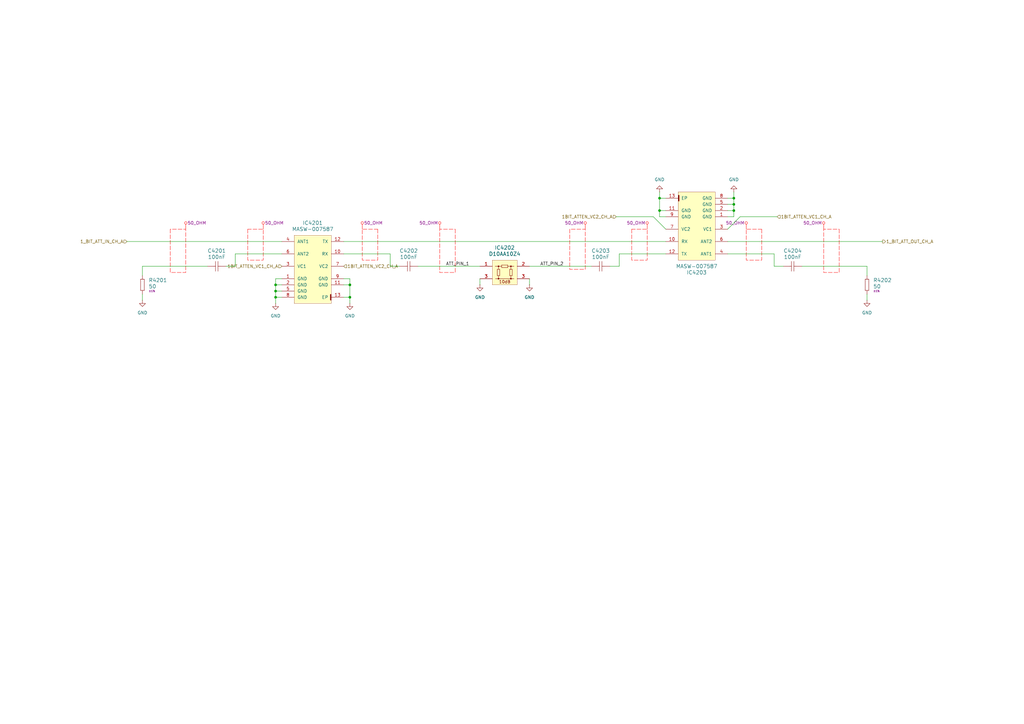
<source format=kicad_sch>
(kicad_sch (version 20250114) (generator "eeschema") (generator_version "9.0")
  (paper "A3")
  (title_block (date "2025-04-16") (company "CERN") (comment 1 "Design by A. Jevtic"))
  (lib_symbols
    (symbol "CERN:Analog & Interface/D10AA10Z4" (pin_names (offset 1.27) (hide yes))
      (property "Reference" "IC" (at 5.08 1.27 0))
      (property "Value" "${DEVICE}" (at 5.08 -11.43 0))
      (symbol "Analog & Interface/D10AA10Z4_1_0"
        (polyline (pts (xy 1.143 -2.54) (xy 2.54 -2.54)))
        (polyline (pts (xy 2.032 -6.35) (xy 2.032 -3.81)))
        (polyline (pts (xy 2.54 -2.54) (xy 2.54 -3.81)))
        (polyline (pts (xy 2.54 -2.54) (xy 3.81 -2.54)))
        (circle (center 2.54 -2.54) (radius 0.254) (fill (type outline)))
        (polyline (pts (xy 2.54 -6.35) (xy 2.54 -7.62)))
        (circle (center 2.54 -7.62) (radius 0.254) (fill (type outline)))
        (polyline (pts (xy 3.048 -3.81) (xy 2.032 -3.81)))
        (polyline (pts (xy 3.048 -6.35) (xy 2.032 -6.35)))
        (polyline (pts (xy 3.048 -6.35) (xy 3.048 -3.81)))
        (polyline (pts (xy 3.81 -2.032) (xy 6.35 -2.032)))
        (polyline (pts (xy 3.81 -3.048) (xy 3.81 -2.032)))
        (polyline (pts (xy 3.81 -3.048) (xy 6.35 -3.048)))
        (polyline (pts (xy 6.35 -2.54) (xy 7.62 -2.54)))
        (polyline (pts (xy 6.35 -3.048) (xy 6.35 -2.032)))
        (polyline (pts (xy 7.112 -6.35) (xy 7.112 -3.81)))
        (polyline (pts (xy 7.493 -2.54) (xy 8.89 -2.54)))
        (polyline (pts (xy 7.62 -2.54) (xy 7.62 -3.81)))
        (circle (center 7.62 -2.54) (radius 0.254) (fill (type outline)))
        (polyline (pts (xy 7.62 -6.35) (xy 7.62 -7.62)))
        (circle (center 7.62 -7.62) (radius 0.254) (fill (type outline)))
        (polyline (pts (xy 8.128 -3.81) (xy 7.112 -3.81)))
        (polyline (pts (xy 8.128 -6.35) (xy 7.112 -6.35)))
        (polyline (pts (xy 8.128 -6.35) (xy 8.128 -3.81)))
        (polyline (pts (xy 8.89 -7.62) (xy 1.27 -7.62)))
        (rectangle (start 10.16 0) (end 0 -10.16) (stroke (width 0.0254) (color 128 0 0 1)) (fill (type background)))
        (text "10dB" (at 5.08 -8.89 0) (effects (font (size 1.2192 1.2192))))
        (pin bidirectional line (at -5.08 -2.54 0) (length 5.08) (name "IN") (number "1"))
        (pin passive line (at -5.08 -7.62 0) (length 5.08) (name "GND") (number "3"))
        (pin bidirectional line (at 15.24 -2.54 180) (length 5.08) (name "OUT") (number "2"))
        (pin passive line (at 15.24 -7.62 180) (length 5.08) (name "GND") (number "3"))
      )
    )
    (symbol "CERN:Analog & Interface/MASW-007587" (pin_names (offset 1.27))
      (property "Reference" "IC" (at 7.62 1.27 0))
      (property "Value" "${DEVICE}" (at 7.62 -29.21 0))
      (symbol "Analog & Interface/MASW-007587_1_0"
        (rectangle (start 15.24 0) (end 0 -27.94) (stroke (width 0.0254) (color 128 0 0 1)) (fill (type background)))
        (rectangle (start 15.24 -24.13) (end 14.732 -26.67) (stroke (width -0.0001) (color 128 0 0 1)) (fill (type outline)))
        (pin bidirectional line (at -5.08 -2.54 0) (length 5.08) (name "ANT1") (number "4"))
        (pin bidirectional line (at -5.08 -7.62 0) (length 5.08) (name "ANT2") (number "6"))
        (pin power_in line (at -5.08 -12.7 0) (length 5.08) (name "VC1") (number "3"))
        (pin power_in line (at -5.08 -17.78 0) (length 5.08) (name "GND") (number "1"))
        (pin power_in line (at -5.08 -20.32 0) (length 5.08) (name "GND") (number "2"))
        (pin power_in line (at -5.08 -22.86 0) (length 5.08) (name "GND") (number "5"))
        (pin power_in line (at -5.08 -25.4 0) (length 5.08) (name "GND") (number "8"))
        (pin input line (at 20.32 -2.54 180) (length 5.08) (name "TX") (number "12"))
        (pin input line (at 20.32 -7.62 180) (length 5.08) (name "RX") (number "10"))
        (pin power_in line (at 20.32 -12.7 180) (length 5.08) (name "VC2") (number "7"))
        (pin power_in line (at 20.32 -17.78 180) (length 5.08) (name "GND") (number "9"))
        (pin power_in line (at 20.32 -20.32 180) (length 5.08) (name "GND") (number "11"))
        (pin power_in line (at 20.32 -25.4 180) (length 5.08) (name "EP") (number "13"))
      )
    )
    (symbol "CERN:Capacitors SMD/CC0402_100NF_50V_10%_X7R" (pin_numbers (hide yes)) (pin_names (offset 1.27) (hide yes))
      (property "Reference" "C" (at 3.81 3.048 0))
      (property "Value" "100nF" (at 3.81 -3.048 0))
      (symbol "Capacitors SMD/CC0402_100NF_50V_10%_X7R_1_0"
        (polyline (pts (xy 2.54 0) (xy 3.302 0)))
        (polyline (pts (xy 3.302 -2.032) (xy 3.302 2.032)))
        (polyline (pts (xy 4.318 2.032) (xy 4.318 -2.032)))
        (polyline (pts (xy 5.08 0) (xy 4.318 0)))
        (pin passive line (at 0 0 0) (length 2.54) (name "1") (number "1"))
        (pin passive line (at 7.62 0 180) (length 2.54) (name "2") (number "2"))
      )
    )
    (symbol "CERN:Resistors SMD/R0603_50R_1%_0.1W_100PPM" (pin_numbers (hide yes)) (pin_names (offset 1.27) (hide yes))
      (property "Reference" "R" (at 3.81 1.778 0))
      (property "Value" "50" (at 3.81 -1.778 0))
      (property "Tolerance" "±1%" (at 3.81 0 0))
      (symbol "Resistors SMD/R0603_50R_1%_0.1W_100PPM_1_0"
        (polyline (pts (xy 1.524 0.762) (xy 1.524 -0.762)))
        (polyline (pts (xy 1.524 -0.762) (xy 6.096 -0.762)))
        (polyline (pts (xy 6.096 0.762) (xy 1.524 0.762)))
        (polyline (pts (xy 6.096 -0.762) (xy 6.096 0.762)))
        (pin passive line (at 0 0 0) (length 1.524) (name "1") (number "1"))
        (pin passive line (at 7.62 0 180) (length 1.524) (name "2") (number "2"))
      )
    )
    (symbol "power:GND" (power) (pin_numbers (hide yes)) (pin_names (offset 0) (hide yes))
      (property "Value" "GND" (at 0 -3.81 0))
      (symbol "GND_0_1"
        (polyline (pts (xy 0 0) (xy 0 -1.27) (xy 1.27 -1.27) (xy 0 -2.54) (xy -1.27 -1.27) (xy 0 -1.27)))
      )
      (symbol "GND_1_1"
        (pin power_in line (at 0 0 270) (length 0) (name "~") (number "1"))
      )
    )
  )
  (junction (at 300.99 81.28))
  (junction (at 143.51 121.92))
  (junction (at 300.99 83.82))
  (junction (at 300.99 86.36))
  (junction (at 270.51 86.36))
  (junction (at 113.03 119.38))
  (junction (at 113.03 121.92))
  (junction (at 113.03 116.84))
  (junction (at 143.51 116.84))
  (junction (at 270.51 81.28))
  (wire (pts (xy 58.42 109.22) (xy 58.42 113.03)))
  (wire (pts (xy 300.99 86.36) (xy 298.45 86.36)))
  (wire (pts (xy 140.97 116.84) (xy 143.51 116.84)))
  (wire (pts (xy 267.97 88.9) (xy 273.05 93.98)))
  (wire (pts (xy 113.03 116.84) (xy 115.57 116.84)))
  (wire (pts (xy 317.5 104.14) (xy 298.45 104.14)))
  (wire (pts (xy 160.02 104.14) (xy 140.97 104.14)))
  (wire (pts (xy 217.17 114.3) (xy 217.17 116.84)))
  (wire (pts (xy 270.51 81.28) (xy 270.51 78.74)))
  (wire (pts (xy 58.42 109.22) (xy 85.09 109.22)))
  (wire (pts (xy 52.07 99.06) (xy 115.57 99.06)))
  (wire (pts (xy 160.02 109.22) (xy 160.02 104.14)))
  (wire (pts (xy 298.45 99.06) (xy 361.95 99.06)))
  (wire (pts (xy 113.03 116.84) (xy 113.03 119.38)))
  (wire (pts (xy 300.99 81.28) (xy 300.99 78.74)))
  (wire (pts (xy 355.6 109.22) (xy 328.93 109.22)))
  (wire (pts (xy 250.19 109.22) (xy 254 109.22)))
  (wire (pts (xy 270.51 86.36) (xy 270.51 81.28)))
  (wire (pts (xy 254 104.14) (xy 273.05 104.14)))
  (wire (pts (xy 300.99 81.28) (xy 298.45 81.28)))
  (wire (pts (xy 113.03 121.92) (xy 113.03 124.46)))
  (wire (pts (xy 115.57 114.3) (xy 113.03 114.3)))
  (wire (pts (xy 273.05 88.9) (xy 270.51 88.9)))
  (wire (pts (xy 300.99 88.9) (xy 300.99 86.36)))
  (wire (pts (xy 317.5 109.22) (xy 317.5 104.14)))
  (wire (pts (xy 300.99 83.82) (xy 298.45 83.82)))
  (wire (pts (xy 171.45 109.22) (xy 196.85 109.22)))
  (wire (pts (xy 96.52 109.22) (xy 96.52 104.14)))
  (wire (pts (xy 113.03 121.92) (xy 115.57 121.92)))
  (wire (pts (xy 273.05 81.28) (xy 270.51 81.28)))
  (wire (pts (xy 143.51 121.92) (xy 143.51 124.46)))
  (wire (pts (xy 143.51 116.84) (xy 143.51 121.92)))
  (wire (pts (xy 140.97 99.06) (xy 273.05 99.06)))
  (wire (pts (xy 140.97 114.3) (xy 143.51 114.3)))
  (wire (pts (xy 96.52 104.14) (xy 115.57 104.14)))
  (wire (pts (xy 273.05 86.36) (xy 270.51 86.36)))
  (wire (pts (xy 140.97 121.92) (xy 143.51 121.92)))
  (wire (pts (xy 113.03 119.38) (xy 113.03 121.92)))
  (wire (pts (xy 92.71 109.22) (xy 96.52 109.22)))
  (wire (pts (xy 163.83 109.22) (xy 160.02 109.22)))
  (wire (pts (xy 113.03 114.3) (xy 113.03 116.84)))
  (wire (pts (xy 300.99 83.82) (xy 300.99 81.28)))
  (wire (pts (xy 355.6 120.65) (xy 355.6 123.19)))
  (wire (pts (xy 217.17 109.22) (xy 242.57 109.22)))
  (wire (pts (xy 196.85 114.3) (xy 196.85 116.84)))
  (wire (pts (xy 298.45 88.9) (xy 300.99 88.9)))
  (wire (pts (xy 254 109.22) (xy 254 104.14)))
  (wire (pts (xy 252.73 88.9) (xy 267.97 88.9)))
  (wire (pts (xy 318.77 88.9) (xy 303.53 88.9)))
  (wire (pts (xy 58.42 120.65) (xy 58.42 123.19)))
  (wire (pts (xy 143.51 114.3) (xy 143.51 116.84)))
  (wire (pts (xy 270.51 88.9) (xy 270.51 86.36)))
  (wire (pts (xy 300.99 86.36) (xy 300.99 83.82)))
  (wire (pts (xy 303.53 88.9) (xy 298.45 93.98)))
  (wire (pts (xy 355.6 109.22) (xy 355.6 113.03)))
  (wire (pts (xy 321.31 109.22) (xy 317.5 109.22)))
  (wire (pts (xy 113.03 119.38) (xy 115.57 119.38)))
  (label "ATT_PIN_1" (at 182.88 109.22 0))
  (label "ATT_PIN_2" (at 231.14 109.22 180))
  (hierarchical_label "1BIT_ATTEN_VC2_CH_A" (shape input) (at 140.97 109.22 0))
  (hierarchical_label "1BIT_ATTEN_VC1_CH_A" (shape input) (at 115.57 109.22 180))
  (hierarchical_label "1BIT_ATTEN_VC1_CH_A" (shape input) (at 318.77 88.9 0))
  (hierarchical_label "1_BIT_ATT_OUT_CH_A" (shape output) (at 361.95 99.06 0))
  (hierarchical_label "1_BIT_ATT_IN_CH_A" (shape input) (at 52.07 99.06 180))
  (hierarchical_label "1BIT_ATTEN_VC2_CH_A" (shape input) (at 252.73 88.9 180))
  (rule_area (polyline (pts (xy 344.17 93.98) (xy 344.17 111.76) (xy 337.82 111.76) (xy 337.82 93.98)) (stroke (width 0) (type dash))))
  (rule_area (polyline (pts (xy 259.08 93.98) (xy 259.08 106.68) (xy 265.43 106.68) (xy 265.43 93.98)) (stroke (width 0) (type dash))))
  (rule_area (polyline (pts (xy 154.94 93.98) (xy 154.94 106.68) (xy 148.59 106.68) (xy 148.59 93.98)) (stroke (width 0) (type dash))))
  (rule_area (polyline (pts (xy 69.85 93.98) (xy 69.85 111.76) (xy 76.2 111.76) (xy 76.2 93.98)) (stroke (width 0) (type dash))))
  (rule_area (polyline (pts (xy 233.68 93.98) (xy 233.68 110.49) (xy 240.03 110.49) (xy 240.03 93.98)) (stroke (width 0) (type dash))))
  (rule_area (polyline (pts (xy 101.6 93.98) (xy 101.6 106.68) (xy 107.95 106.68) (xy 107.95 93.98)) (stroke (width 0) (type dash))))
  (rule_area (polyline (pts (xy 312.42 93.98) (xy 312.42 106.68) (xy 306.07 106.68) (xy 306.07 93.98)) (stroke (width 0) (type dash))))
  (rule_area (polyline (pts (xy 186.69 93.98) (xy 186.69 111.76) (xy 180.34 111.76) (xy 180.34 93.98)) (stroke (width 0) (type dash))))
  (netclass_flag "" (length 2.54) (shape round) (at 148.59 93.98 0) (property "Netclass" "50_OHM" (at 149.2885 91.44 0) (effects (justify left))))
  (netclass_flag "" (length 2.54) (shape round) (at 180.34 93.98 0) (property "Netclass" "50_OHM" (at 179.6415 91.44 0) (effects (justify right))))
  (netclass_flag "" (length 2.54) (shape round) (at 337.82 93.98 0) (property "Netclass" "50_OHM" (at 337.1215 91.44 0) (effects (justify right))))
  (netclass_flag "" (length 2.54) (shape round) (at 76.2 93.98 0) (property "Netclass" "50_OHM" (at 76.8985 91.44 0) (effects (justify left))))
  (netclass_flag "" (length 2.54) (shape round) (at 240.03 93.98 0) (property "Netclass" "50_OHM" (at 239.3315 91.44 0) (effects (justify right))))
  (netclass_flag "" (length 2.54) (shape round) (at 107.95 93.98 0) (property "Netclass" "50_OHM" (at 108.6485 91.44 0) (effects (justify left))))
  (netclass_flag "" (length 2.54) (shape round) (at 265.43 93.98 0) (property "Netclass" "50_OHM" (at 264.7315 91.44 0) (effects (justify right))))
  (netclass_flag "" (length 2.54) (shape round) (at 306.07 93.98 0) (property "Netclass" "50_OHM" (at 305.3715 91.44 0) (effects (justify right))))
  (symbol (lib_id "CERN:Capacitors SMD/CC0402_100NF_50V_10%_X7R") (at 85.09 109.22 0) (unit 1)
    (property "Reference" "C901" (at 88.9 102.87 0) (effects (font (size 1.524 1.524))))
    (property "Value" "100nF" (at 88.9 105.41 0) (effects (font (size 1.524 1.524))))
    (property "Footprint" "Capacitors SMD:CAPC1005X55N" (effects (hide yes)))
    (property "Datasheet" "${CERN_DATASHEET_DIR}\\CC0402_MURATA_GRM155R71H104KE14D.pdf" (effects (hide yes)))
    (property "Description" "SMD Multilayer Chip Ceramic Capacitor" (effects (hide yes)))
    (property "Manufacturer" "GENERIC" (effects (hide yes)))
    (property "Part Number" "CC0402_100NF_50V_10%_X7R" (effects (hide yes)))
    (property "Comment" "100nF" (effects (hide yes)))
    (property "Component Kind" "Standard" (effects (hide yes)))
    (property "Component Type" "Standard" (effects (hide yes)))
    (property "Pin Count" "2" (effects (hide yes)))
    (property "Status" "None" (effects (hide yes)))
    (property "Voltage" "50V" (effects (hide yes)))
    (property "TC" "X7R" (effects (hide yes)))
    (property "Tolerance" "±10%" (effects (hide yes)))
    (property "Part Description" "SMD Multilayer Chip Ceramic Capacitor" (effects (hide yes)))
    (property "Manufacturer Part Number" "CC0402_100NF_50V_10%_X7R" (effects (hide yes)))
    (property "Case" "0402" (effects (hide yes)))
    (property "Mounted" "Yes" (effects (hide yes)))
    (property "Socket" "No" (effects (hide yes)))
    (property "SMD" "Yes" (effects (hide yes)))
    (property "Sense" "No" (effects (hide yes)))
    (property "Manufacturer1 Example" "MURATA" (effects (hide yes)))
    (property "Manufacturer1 Part Number" "GRM155R71H104KE14D" (effects (hide yes)))
    (property "Manufacturer1 ComponentHeight" "0.55mm" (effects (hide yes)))
    (property "HelpURL" "\\\\cern.ch\\dfs\\Applications\\Altium\\Datasheets\\CC0402_MURATA_GRM155R71H104KE14D.pdf" (effects (hide yes)))
    (property "Author" "CERN DEM MR" (effects (hide yes)))
    (property "CreateDate" "2017-06-30 00:00:00 +0000" (effects (hide yes)))
    (property "LatestRevisionDate" "2017-06-30 00:00:00 +0000" (effects (hide yes)))
    (property "LibSymbol" "Capacitors:Capacitor - non polarized" (effects (hide yes)))
    (property "LibFootprint" "Capacitors SMD:CAPC1005X55N" (effects (hide yes)))
    (property "Database Name" "Capacitors" (effects (hide yes)))
    (property "Database Table Name" "Capacitors SMD" (effects (hide yes)))
    (property "Part Number Nocolon" "CC0402_100NF_50V_10%_X7R" (effects (hide yes)))
    (instances (project "8CH_Analog_Front_END" (path "" (reference "C4201") (unit 1)) (path "" (reference "C1301") (unit 1)) (path "" (reference "C3101") (unit 1)) (path "" (reference "C901") (unit 1))))
  )
  (symbol (lib_id "CERN:Resistors SMD/R0603_50R_1%_0.1W_100PPM") (at 355.6 113.03 270) (unit 1)
    (property "Reference" "R902" (at 358.14 114.9349 90) (effects (font (size 1.524 1.524)) (justify left)))
    (property "Value" "50" (at 358.14 117.4749 90) (effects (font (size 1.524 1.524)) (justify left)))
    (property "Footprint" "Resistors SMD:RESC1608X55N" (effects (hide yes)))
    (property "Datasheet" "${CERN_DATASHEET_DIR}\\R0603_VISHAY_CRCW e3.pdf" (effects (hide yes)))
    (property "Description" "General Purpose Thick Film Chip Resistor" (effects (hide yes)))
    (property "Tolerance" "±1%" (at 358.14 119.38 90) (effects (font (size 0.762 0.762)) (justify left)))
    (property "Manufacturer" "GENERIC" (effects (hide yes)))
    (property "Comment" "50" (effects (hide yes)))
    (property "Component Kind" "Standard" (effects (hide yes)))
    (property "Component Type" "Standard" (effects (hide yes)))
    (property "Pin Count" "2" (effects (hide yes)))
    (property "Status" "Preferred" (effects (hide yes)))
    (property "Power" "0.1W" (effects (hide yes)))
    (property "TC" "±100ppm/°C" (effects (hide yes)))
    (property "Part Description" "General Purpose Thick Film Chip Resistor" (effects (hide yes)))
    (property "Manufacturer Part Number" "R0603_50R_1%_0.1W_100PPM" (effects (hide yes)))
    (property "Case" "0603" (effects (hide yes)))
    (property "PressFit" "No" (effects (hide yes)))
    (property "Mounted" "Yes" (effects (hide yes)))
    (property "Sense" "No" (effects (hide yes)))
    (property "Socket" "No" (effects (hide yes)))
    (property "SMD" "Yes" (effects (hide yes)))
    (property "Manufacturer1 Example" "VISHAY" (effects (hide yes)))
    (property "Manufacturer1 Part Number" "CRCW060350R0FKEA" (effects (hide yes)))
    (property "Manufacturer1 ComponentHeight" "0.50mm" (effects (hide yes)))
    (property "HelpURL" "\\\\cern.ch\\dfs\\Applications\\Altium\\Datasheets\\R0603_VISHAY_CRCW e3.pdf" (effects (hide yes)))
    (property "Author" "CERN DEM MR" (effects (hide yes)))
    (property "CreateDate" "2017-09-08 00:00:00 +0000" (effects (hide yes)))
    (property "LatestRevisionDate" "2017-09-08 00:00:00 +0000" (effects (hide yes)))
    (property "LibSymbol" "Resistors:Resistor - 1%" (effects (hide yes)))
    (property "LibFootprint" "Resistors SMD:RESC1608X55N" (effects (hide yes)))
    (property "Part Number" "R0603_50R_1%_0.1W_100PPM" (effects (hide yes)))
    (property "Database Name" "Resistors" (effects (hide yes)))
    (property "Database Table Name" "Resistors SMD" (effects (hide yes)))
    (property "Part Number Nocolon" "R0603_50R_1%_0.1W_100PPM" (effects (hide yes)))
    (instances (project "8CH_Analog_Front_END" (path "" (reference "R4202") (unit 1)) (path "" (reference "R1302") (unit 1)) (path "" (reference "R3102") (unit 1)) (path "" (reference "R902") (unit 1))))
  )
  (symbol (lib_id "power:GND") (at 355.6 123.19 0) (unit 1)
    (property "Reference" "#PWR0908" (effects (hide yes)))
    (property "Value" "GND" (at 355.6 128.27 0))
    (property "Description" "Power symbol creates a global label with name \"GND\" , ground" (effects (hide yes)))
    (instances (project "8CH_Analog_Front_END" (path "" (reference "#PWR04208") (unit 1)) (path "" (reference "#PWR01308") (unit 1)) (path "" (reference "#PWR03108") (unit 1)) (path "" (reference "#PWR0908") (unit 1))))
  )
  (symbol (lib_id "CERN:Analog & Interface/MASW-007587") (at 120.65 96.52 0) (unit 1)
    (property "Reference" "IC901" (at 128.27 91.44 0) (effects (font (size 1.524 1.524))))
    (property "Value" "${DEVICE}" (at 128.27 93.98 0) (effects (font (size 1.524 1.524))))
    (property "Footprint" "ICs And Semiconductors SMD:QFN50P300X300X100-13N-S125" (effects (hide yes)))
    (property "Datasheet" "${CERN_DATASHEET_DIR}\\MASW-007587.pdf" (effects (hide yes)))
    (property "Description" "High Power GaAs DPDT Diversity Switch DC-4.0 GHz" (effects (hide yes)))
    (property "Manufacturer" "MACOM" (effects (hide yes)))
    (property "Comment" "MASW-007587" (effects (hide yes)))
    (property "Component Kind" "Standard" (effects (hide yes)))
    (property "Component Type" "Standard" (effects (hide yes)))
    (property "Device" "MASW-007587" (effects (hide yes)))
    (property "PackageDescription" "QFN, 0.50mm Pitch, Square; 12 Pin, 3.00mm L X 3.00mm W X 1.00mm H body (w/Thermal Tab 1.25 X 1.25mm), IPC Medium Density" (effects (hide yes)))
    (property "Part Description" "High Power GaAs DPDT Diversity Switch DC-4.0 GHz" (effects (hide yes)))
    (property "Manufacturer Part Number" "MASW-007587" (effects (hide yes)))
    (property "Pin Count" "13" (effects (hide yes)))
    (property "Case" "QFN12" (effects (hide yes)))
    (property "Mounted" "Yes" (effects (hide yes)))
    (property "Socket" "No" (effects (hide yes)))
    (property "SMD" "Yes" (effects (hide yes)))
    (property "PressFit" "No" (effects (hide yes)))
    (property "Sense" "No" (effects (hide yes)))
    (property "Bonding" "No" (effects (hide yes)))
    (property "ComponentHeight" "1mm" (effects (hide yes)))
    (property "Author" "CERN DEM MR" (effects (hide yes)))
    (property "HelpURL" "\\\\cern.ch\\dfs\\Applications\\Altium\\Datasheets\\MASW-007587.pdf" (effects (hide yes)))
    (property "CreateDate" "2016-02-05 00:00:00 +0000" (effects (hide yes)))
    (property "LatestRevisionDate" "2016-02-05 00:00:00 +0000" (effects (hide yes)))
    (property "LibSymbol" "Analog & Interface:MASW-007587" (effects (hide yes)))
    (property "LibFootprint" "ICs And Semiconductors SMD:QFN50P300X300X100-13N-S125" (effects (hide yes)))
    (property "Part Number" "MASW-007587" (effects (hide yes)))
    (property "Database Name" "ICs And Semiconductors_Backup" (effects (hide yes)))
    (property "Database Table Name" "Analog & Interface" (effects (hide yes)))
    (property "Part Number Nocolon" "MASW-007587" (effects (hide yes)))
    (instances (project "8CH_Analog_Front_END" (path "" (reference "IC4201") (unit 1)) (path "" (reference "IC1301") (unit 1)) (path "" (reference "IC3101") (unit 1)) (path "" (reference "IC901") (unit 1))))
  )
  (symbol (lib_id "CERN:Analog & Interface/D10AA10Z4") (at 201.93 106.68 0) (unit 1)
    (property "Reference" "IC902" (at 207.01 101.6 0) (effects (font (size 1.524 1.524))))
    (property "Value" "${DEVICE}" (at 207.01 104.14 0) (effects (font (size 1.524 1.524))))
    (property "Footprint" "ICs And Semiconductors SMD:ANAREN_D10AAxxZ4" (effects (hide yes)))
    (property "Datasheet" "${CERN_DATASHEET_DIR}\\D10AAXXZ4.pdf" (effects (hide yes)))
    (property "Description" "DC to 4GHz, 10W, 50 Ohm, 10dB, High Performance Alumina Attenuator" (effects (hide yes)))
    (property "Manufacturer" "ANAREN" (effects (hide yes)))
    (property "Comment" "D10AA10Z4" (effects (hide yes)))
    (property "Component Kind" "Standard" (effects (hide yes)))
    (property "Component Type" "Standard" (effects (hide yes)))
    (property "Device" "D10AA10Z4" (effects (hide yes)))
    (property "PackageDescription" "ANAREN D10AAxxZ4, 3 Pin Attenuator, Size 2010, 5.08mm L x W 2.54mm W x 0.635mm H body" (effects (hide yes)))
    (property "Part Description" "DC to 4GHz, 10W, 50 Ohm, 10dB, High Performance Alumina Attenuator" (effects (hide yes)))
    (property "Manufacturer Part Number" "D10AA10Z4" (effects (hide yes)))
    (property "Pin Count" "3" (effects (hide yes)))
    (property "Mounted" "Yes" (effects (hide yes)))
    (property "Socket" "No" (effects (hide yes)))
    (property "SMD" "Yes" (effects (hide yes)))
    (property "PressFit" "No" (effects (hide yes)))
    (property "Sense" "No" (effects (hide yes)))
    (property "Bonding" "No" (effects (hide yes)))
    (property "ComponentHeight" "0.635mm" (effects (hide yes)))
    (property "Author" "CERN DEM BC" (effects (hide yes)))
    (property "HelpURL" "\\\\cern.ch\\dfs\\Applications\\Altium\\Datasheets\\D10AAXXZ4.pdf" (effects (hide yes)))
    (property "CreateDate" "2020-11-05 00:00:00 +0000" (effects (hide yes)))
    (property "LatestRevisionDate" "2020-11-05 00:00:00 +0000" (effects (hide yes)))
    (property "LibSymbol" "Analog & Interface:D10AA10Z4" (effects (hide yes)))
    (property "LibFootprint" "ICs And Semiconductors SMD:ANAREN_D10AAxxZ4" (effects (hide yes)))
    (property "Part Number" "D10AA10Z4" (effects (hide yes)))
    (property "Database Name" "ICs And Semiconductors_Backup" (effects (hide yes)))
    (property "Database Table Name" "Analog & Interface" (effects (hide yes)))
    (property "Part Number Nocolon" "D10AA10Z4" (effects (hide yes)))
    (instances (project "8CH_Analog_Front_END" (path "" (reference "IC4202") (unit 1)) (path "" (reference "IC1302") (unit 1)) (path "" (reference "IC3102") (unit 1)) (path "" (reference "IC902") (unit 1))))
  )
  (symbol (lib_id "CERN:Capacitors SMD/CC0402_100NF_50V_10%_X7R") (at 242.57 109.22 0) (unit 1)
    (property "Reference" "C903" (at 246.38 102.87 0) (effects (font (size 1.524 1.524))))
    (property "Value" "100nF" (at 246.38 105.41 0) (effects (font (size 1.524 1.524))))
    (property "Footprint" "Capacitors SMD:CAPC1005X55N" (effects (hide yes)))
    (property "Datasheet" "${CERN_DATASHEET_DIR}\\CC0402_MURATA_GRM155R71H104KE14D.pdf" (effects (hide yes)))
    (property "Description" "SMD Multilayer Chip Ceramic Capacitor" (effects (hide yes)))
    (property "Manufacturer" "GENERIC" (effects (hide yes)))
    (property "Part Number" "CC0402_100NF_50V_10%_X7R" (effects (hide yes)))
    (property "Comment" "100nF" (effects (hide yes)))
    (property "Component Kind" "Standard" (effects (hide yes)))
    (property "Component Type" "Standard" (effects (hide yes)))
    (property "Pin Count" "2" (effects (hide yes)))
    (property "Status" "None" (effects (hide yes)))
    (property "Voltage" "50V" (effects (hide yes)))
    (property "TC" "X7R" (effects (hide yes)))
    (property "Tolerance" "±10%" (effects (hide yes)))
    (property "Part Description" "SMD Multilayer Chip Ceramic Capacitor" (effects (hide yes)))
    (property "Manufacturer Part Number" "CC0402_100NF_50V_10%_X7R" (effects (hide yes)))
    (property "Case" "0402" (effects (hide yes)))
    (property "Mounted" "Yes" (effects (hide yes)))
    (property "Socket" "No" (effects (hide yes)))
    (property "SMD" "Yes" (effects (hide yes)))
    (property "Sense" "No" (effects (hide yes)))
    (property "Manufacturer1 Example" "MURATA" (effects (hide yes)))
    (property "Manufacturer1 Part Number" "GRM155R71H104KE14D" (effects (hide yes)))
    (property "Manufacturer1 ComponentHeight" "0.55mm" (effects (hide yes)))
    (property "HelpURL" "\\\\cern.ch\\dfs\\Applications\\Altium\\Datasheets\\CC0402_MURATA_GRM155R71H104KE14D.pdf" (effects (hide yes)))
    (property "Author" "CERN DEM MR" (effects (hide yes)))
    (property "CreateDate" "2017-06-30 00:00:00 +0000" (effects (hide yes)))
    (property "LatestRevisionDate" "2017-06-30 00:00:00 +0000" (effects (hide yes)))
    (property "LibSymbol" "Capacitors:Capacitor - non polarized" (effects (hide yes)))
    (property "LibFootprint" "Capacitors SMD:CAPC1005X55N" (effects (hide yes)))
    (property "Database Name" "Capacitors" (effects (hide yes)))
    (property "Database Table Name" "Capacitors SMD" (effects (hide yes)))
    (property "Part Number Nocolon" "CC0402_100NF_50V_10%_X7R" (effects (hide yes)))
    (instances (project "8CH_Analog_Front_END" (path "" (reference "C4203") (unit 1)) (path "" (reference "C1303") (unit 1)) (path "" (reference "C3103") (unit 1)) (path "" (reference "C903") (unit 1))))
  )
  (symbol (lib_id "power:GND") (at 217.17 116.84 0) (unit 1)
    (property "Reference" "#PWR0905" (effects (hide yes)))
    (property "Value" "GND" (at 217.17 121.92 0))
    (property "Description" "Power symbol creates a global label with name \"GND\" , ground" (effects (hide yes)))
    (instances (project "8CH_Analog_Front_END" (path "" (reference "#PWR04205") (unit 1)) (path "" (reference "#PWR01305") (unit 1)) (path "" (reference "#PWR03105") (unit 1)) (path "" (reference "#PWR0905") (unit 1))))
  )
  (symbol (lib_id "power:GND") (at 58.42 123.19 0) (unit 1)
    (property "Reference" "#PWR0901" (effects (hide yes)))
    (property "Value" "GND" (at 58.42 128.27 0))
    (property "Description" "Power symbol creates a global label with name \"GND\" , ground" (effects (hide yes)))
    (instances (project "8CH_Analog_Front_END" (path "" (reference "#PWR04201") (unit 1)) (path "" (reference "#PWR01301") (unit 1)) (path "" (reference "#PWR03101") (unit 1)) (path "" (reference "#PWR0901") (unit 1))))
  )
  (symbol (lib_id "CERN:Analog & Interface/MASW-007587") (at 293.37 106.68 180) (unit 1)
    (property "Reference" "IC903" (at 285.75 111.76 0) (effects (font (size 1.524 1.524))))
    (property "Value" "${DEVICE}" (at 285.75 109.22 0) (effects (font (size 1.524 1.524))))
    (property "Footprint" "ICs And Semiconductors SMD:QFN50P300X300X100-13N-S125" (effects (hide yes)))
    (property "Datasheet" "${CERN_DATASHEET_DIR}\\MASW-007587.pdf" (effects (hide yes)))
    (property "Description" "High Power GaAs DPDT Diversity Switch DC-4.0 GHz" (effects (hide yes)))
    (property "Manufacturer" "MACOM" (effects (hide yes)))
    (property "Comment" "MASW-007587" (effects (hide yes)))
    (property "Component Kind" "Standard" (effects (hide yes)))
    (property "Component Type" "Standard" (effects (hide yes)))
    (property "Device" "MASW-007587" (effects (hide yes)))
    (property "PackageDescription" "QFN, 0.50mm Pitch, Square; 12 Pin, 3.00mm L X 3.00mm W X 1.00mm H body (w/Thermal Tab 1.25 X 1.25mm), IPC Medium Density" (effects (hide yes)))
    (property "Part Description" "High Power GaAs DPDT Diversity Switch DC-4.0 GHz" (effects (hide yes)))
    (property "Manufacturer Part Number" "MASW-007587" (effects (hide yes)))
    (property "Pin Count" "13" (effects (hide yes)))
    (property "Case" "QFN12" (effects (hide yes)))
    (property "Mounted" "Yes" (effects (hide yes)))
    (property "Socket" "No" (effects (hide yes)))
    (property "SMD" "Yes" (effects (hide yes)))
    (property "PressFit" "No" (effects (hide yes)))
    (property "Sense" "No" (effects (hide yes)))
    (property "Bonding" "No" (effects (hide yes)))
    (property "ComponentHeight" "1mm" (effects (hide yes)))
    (property "Author" "CERN DEM MR" (effects (hide yes)))
    (property "HelpURL" "\\\\cern.ch\\dfs\\Applications\\Altium\\Datasheets\\MASW-007587.pdf" (effects (hide yes)))
    (property "CreateDate" "2016-02-05 00:00:00 +0000" (effects (hide yes)))
    (property "LatestRevisionDate" "2016-02-05 00:00:00 +0000" (effects (hide yes)))
    (property "LibSymbol" "Analog & Interface:MASW-007587" (effects (hide yes)))
    (property "LibFootprint" "ICs And Semiconductors SMD:QFN50P300X300X100-13N-S125" (effects (hide yes)))
    (property "Part Number" "MASW-007587" (effects (hide yes)))
    (property "Database Name" "ICs And Semiconductors_Backup" (effects (hide yes)))
    (property "Database Table Name" "Analog & Interface" (effects (hide yes)))
    (property "Part Number Nocolon" "MASW-007587" (effects (hide yes)))
    (instances (project "8CH_Analog_Front_END" (path "" (reference "IC4203") (unit 1)) (path "" (reference "IC1303") (unit 1)) (path "" (reference "IC3103") (unit 1)) (path "" (reference "IC903") (unit 1))))
  )
  (symbol (lib_id "power:GND") (at 113.03 124.46 0) (unit 1)
    (property "Reference" "#PWR0902" (effects (hide yes)))
    (property "Value" "GND" (at 113.03 129.54 0))
    (property "Description" "Power symbol creates a global label with name \"GND\" , ground" (effects (hide yes)))
    (instances (project "8CH_Analog_Front_END" (path "" (reference "#PWR04202") (unit 1)) (path "" (reference "#PWR01302") (unit 1)) (path "" (reference "#PWR03102") (unit 1)) (path "" (reference "#PWR0902") (unit 1))))
  )
  (symbol (lib_id "power:GND") (at 270.51 78.74 180) (unit 1)
    (property "Reference" "#PWR0906" (effects (hide yes)))
    (property "Value" "GND" (at 270.51 73.66 0))
    (property "Description" "Power symbol creates a global label with name \"GND\" , ground" (effects (hide yes)))
    (instances (project "8CH_Analog_Front_END" (path "" (reference "#PWR04206") (unit 1)) (path "" (reference "#PWR01306") (unit 1)) (path "" (reference "#PWR03106") (unit 1)) (path "" (reference "#PWR0906") (unit 1))))
  )
  (symbol (lib_id "power:GND") (at 300.99 78.74 180) (unit 1)
    (property "Reference" "#PWR0907" (effects (hide yes)))
    (property "Value" "GND" (at 300.99 73.66 0))
    (property "Description" "Power symbol creates a global label with name \"GND\" , ground" (effects (hide yes)))
    (instances (project "8CH_Analog_Front_END" (path "" (reference "#PWR04207") (unit 1)) (path "" (reference "#PWR01307") (unit 1)) (path "" (reference "#PWR03107") (unit 1)) (path "" (reference "#PWR0907") (unit 1))))
  )
  (symbol (lib_id "power:GND") (at 143.51 124.46 0) (unit 1)
    (property "Reference" "#PWR0903" (effects (hide yes)))
    (property "Value" "GND" (at 143.51 129.54 0))
    (property "Description" "Power symbol creates a global label with name \"GND\" , ground" (effects (hide yes)))
    (instances (project "8CH_Analog_Front_END" (path "" (reference "#PWR04203") (unit 1)) (path "" (reference "#PWR01303") (unit 1)) (path "" (reference "#PWR03103") (unit 1)) (path "" (reference "#PWR0903") (unit 1))))
  )
  (symbol (lib_id "power:GND") (at 196.85 116.84 0) (unit 1)
    (property "Reference" "#PWR0904" (effects (hide yes)))
    (property "Value" "GND" (at 196.85 121.92 0))
    (property "Description" "Power symbol creates a global label with name \"GND\" , ground" (effects (hide yes)))
    (instances (project "8CH_Analog_Front_END" (path "" (reference "#PWR04204") (unit 1)) (path "" (reference "#PWR01304") (unit 1)) (path "" (reference "#PWR03104") (unit 1)) (path "" (reference "#PWR0904") (unit 1))))
  )
  (symbol (lib_id "CERN:Capacitors SMD/CC0402_100NF_50V_10%_X7R") (at 321.31 109.22 0) (unit 1)
    (property "Reference" "C904" (at 325.12 102.87 0) (effects (font (size 1.524 1.524))))
    (property "Value" "100nF" (at 325.12 105.41 0) (effects (font (size 1.524 1.524))))
    (property "Footprint" "Capacitors SMD:CAPC1005X55N" (effects (hide yes)))
    (property "Datasheet" "${CERN_DATASHEET_DIR}\\CC0402_MURATA_GRM155R71H104KE14D.pdf" (effects (hide yes)))
    (property "Description" "SMD Multilayer Chip Ceramic Capacitor" (effects (hide yes)))
    (property "Manufacturer" "GENERIC" (effects (hide yes)))
    (property "Part Number" "CC0402_100NF_50V_10%_X7R" (effects (hide yes)))
    (property "Comment" "100nF" (effects (hide yes)))
    (property "Component Kind" "Standard" (effects (hide yes)))
    (property "Component Type" "Standard" (effects (hide yes)))
    (property "Pin Count" "2" (effects (hide yes)))
    (property "Status" "None" (effects (hide yes)))
    (property "Voltage" "50V" (effects (hide yes)))
    (property "TC" "X7R" (effects (hide yes)))
    (property "Tolerance" "±10%" (effects (hide yes)))
    (property "Part Description" "SMD Multilayer Chip Ceramic Capacitor" (effects (hide yes)))
    (property "Manufacturer Part Number" "CC0402_100NF_50V_10%_X7R" (effects (hide yes)))
    (property "Case" "0402" (effects (hide yes)))
    (property "Mounted" "Yes" (effects (hide yes)))
    (property "Socket" "No" (effects (hide yes)))
    (property "SMD" "Yes" (effects (hide yes)))
    (property "Sense" "No" (effects (hide yes)))
    (property "Manufacturer1 Example" "MURATA" (effects (hide yes)))
    (property "Manufacturer1 Part Number" "GRM155R71H104KE14D" (effects (hide yes)))
    (property "Manufacturer1 ComponentHeight" "0.55mm" (effects (hide yes)))
    (property "HelpURL" "\\\\cern.ch\\dfs\\Applications\\Altium\\Datasheets\\CC0402_MURATA_GRM155R71H104KE14D.pdf" (effects (hide yes)))
    (property "Author" "CERN DEM MR" (effects (hide yes)))
    (property "CreateDate" "2017-06-30 00:00:00 +0000" (effects (hide yes)))
    (property "LatestRevisionDate" "2017-06-30 00:00:00 +0000" (effects (hide yes)))
    (property "LibSymbol" "Capacitors:Capacitor - non polarized" (effects (hide yes)))
    (property "LibFootprint" "Capacitors SMD:CAPC1005X55N" (effects (hide yes)))
    (property "Database Name" "Capacitors" (effects (hide yes)))
    (property "Database Table Name" "Capacitors SMD" (effects (hide yes)))
    (property "Part Number Nocolon" "CC0402_100NF_50V_10%_X7R" (effects (hide yes)))
    (instances (project "8CH_Analog_Front_END" (path "" (reference "C4204") (unit 1)) (path "" (reference "C1304") (unit 1)) (path "" (reference "C3104") (unit 1)) (path "" (reference "C904") (unit 1))))
  )
  (symbol (lib_id "CERN:Resistors SMD/R0603_50R_1%_0.1W_100PPM") (at 58.42 113.03 270) (unit 1)
    (property "Reference" "R901" (at 60.96 114.9349 90) (effects (font (size 1.524 1.524)) (justify left)))
    (property "Value" "50" (at 60.96 117.4749 90) (effects (font (size 1.524 1.524)) (justify left)))
    (property "Footprint" "Resistors SMD:RESC1608X55N" (effects (hide yes)))
    (property "Datasheet" "${CERN_DATASHEET_DIR}\\R0603_VISHAY_CRCW e3.pdf" (effects (hide yes)))
    (property "Description" "General Purpose Thick Film Chip Resistor" (effects (hide yes)))
    (property "Tolerance" "±1%" (at 60.96 119.38 90) (effects (font (size 0.762 0.762)) (justify left)))
    (property "Manufacturer" "GENERIC" (effects (hide yes)))
    (property "Comment" "50" (effects (hide yes)))
    (property "Component Kind" "Standard" (effects (hide yes)))
    (property "Component Type" "Standard" (effects (hide yes)))
    (property "Pin Count" "2" (effects (hide yes)))
    (property "Status" "Preferred" (effects (hide yes)))
    (property "Power" "0.1W" (effects (hide yes)))
    (property "TC" "±100ppm/°C" (effects (hide yes)))
    (property "Part Description" "General Purpose Thick Film Chip Resistor" (effects (hide yes)))
    (property "Manufacturer Part Number" "R0603_50R_1%_0.1W_100PPM" (effects (hide yes)))
    (property "Case" "0603" (effects (hide yes)))
    (property "PressFit" "No" (effects (hide yes)))
    (property "Mounted" "Yes" (effects (hide yes)))
    (property "Sense" "No" (effects (hide yes)))
    (property "Socket" "No" (effects (hide yes)))
    (property "SMD" "Yes" (effects (hide yes)))
    (property "Manufacturer1 Example" "VISHAY" (effects (hide yes)))
    (property "Manufacturer1 Part Number" "CRCW060350R0FKEA" (effects (hide yes)))
    (property "Manufacturer1 ComponentHeight" "0.50mm" (effects (hide yes)))
    (property "HelpURL" "\\\\cern.ch\\dfs\\Applications\\Altium\\Datasheets\\R0603_VISHAY_CRCW e3.pdf" (effects (hide yes)))
    (property "Author" "CERN DEM MR" (effects (hide yes)))
    (property "CreateDate" "2017-09-08 00:00:00 +0000" (effects (hide yes)))
    (property "LatestRevisionDate" "2017-09-08 00:00:00 +0000" (effects (hide yes)))
    (property "LibSymbol" "Resistors:Resistor - 1%" (effects (hide yes)))
    (property "LibFootprint" "Resistors SMD:RESC1608X55N" (effects (hide yes)))
    (property "Part Number" "R0603_50R_1%_0.1W_100PPM" (effects (hide yes)))
    (property "Database Name" "Resistors" (effects (hide yes)))
    (property "Database Table Name" "Resistors SMD" (effects (hide yes)))
    (property "Part Number Nocolon" "R0603_50R_1%_0.1W_100PPM" (effects (hide yes)))
    (instances (project "8CH_Analog_Front_END" (path "" (reference "R4201") (unit 1)) (path "" (reference "R1301") (unit 1)) (path "" (reference "R3101") (unit 1)) (path "" (reference "R901") (unit 1))))
  )
  (symbol (lib_id "CERN:Capacitors SMD/CC0402_100NF_50V_10%_X7R") (at 163.83 109.22 0) (unit 1)
    (property "Reference" "C902" (at 167.64 102.87 0) (effects (font (size 1.524 1.524))))
    (property "Value" "100nF" (at 167.64 105.41 0) (effects (font (size 1.524 1.524))))
    (property "Footprint" "Capacitors SMD:CAPC1005X55N" (effects (hide yes)))
    (property "Datasheet" "${CERN_DATASHEET_DIR}\\CC0402_MURATA_GRM155R71H104KE14D.pdf" (effects (hide yes)))
    (property "Description" "SMD Multilayer Chip Ceramic Capacitor" (effects (hide yes)))
    (property "Manufacturer" "GENERIC" (effects (hide yes)))
    (property "Part Number" "CC0402_100NF_50V_10%_X7R" (effects (hide yes)))
    (property "Comment" "100nF" (effects (hide yes)))
    (property "Component Kind" "Standard" (effects (hide yes)))
    (property "Component Type" "Standard" (effects (hide yes)))
    (property "Pin Count" "2" (effects (hide yes)))
    (property "Status" "None" (effects (hide yes)))
    (property "Voltage" "50V" (effects (hide yes)))
    (property "TC" "X7R" (effects (hide yes)))
    (property "Tolerance" "±10%" (effects (hide yes)))
    (property "Part Description" "SMD Multilayer Chip Ceramic Capacitor" (effects (hide yes)))
    (property "Manufacturer Part Number" "CC0402_100NF_50V_10%_X7R" (effects (hide yes)))
    (property "Case" "0402" (effects (hide yes)))
    (property "Mounted" "Yes" (effects (hide yes)))
    (property "Socket" "No" (effects (hide yes)))
    (property "SMD" "Yes" (effects (hide yes)))
    (property "Sense" "No" (effects (hide yes)))
    (property "Manufacturer1 Example" "MURATA" (effects (hide yes)))
    (property "Manufacturer1 Part Number" "GRM155R71H104KE14D" (effects (hide yes)))
    (property "Manufacturer1 ComponentHeight" "0.55mm" (effects (hide yes)))
    (property "HelpURL" "\\\\cern.ch\\dfs\\Applications\\Altium\\Datasheets\\CC0402_MURATA_GRM155R71H104KE14D.pdf" (effects (hide yes)))
    (property "Author" "CERN DEM MR" (effects (hide yes)))
    (property "CreateDate" "2017-06-30 00:00:00 +0000" (effects (hide yes)))
    (property "LatestRevisionDate" "2017-06-30 00:00:00 +0000" (effects (hide yes)))
    (property "LibSymbol" "Capacitors:Capacitor - non polarized" (effects (hide yes)))
    (property "LibFootprint" "Capacitors SMD:CAPC1005X55N" (effects (hide yes)))
    (property "Database Name" "Capacitors" (effects (hide yes)))
    (property "Database Table Name" "Capacitors SMD" (effects (hide yes)))
    (property "Part Number Nocolon" "CC0402_100NF_50V_10%_X7R" (effects (hide yes)))
    (instances (project "8CH_Analog_Front_END" (path "" (reference "C4202") (unit 1)) (path "" (reference "C1302") (unit 1)) (path "" (reference "C3102") (unit 1)) (path "" (reference "C902") (unit 1))))
  )
)
</source>
